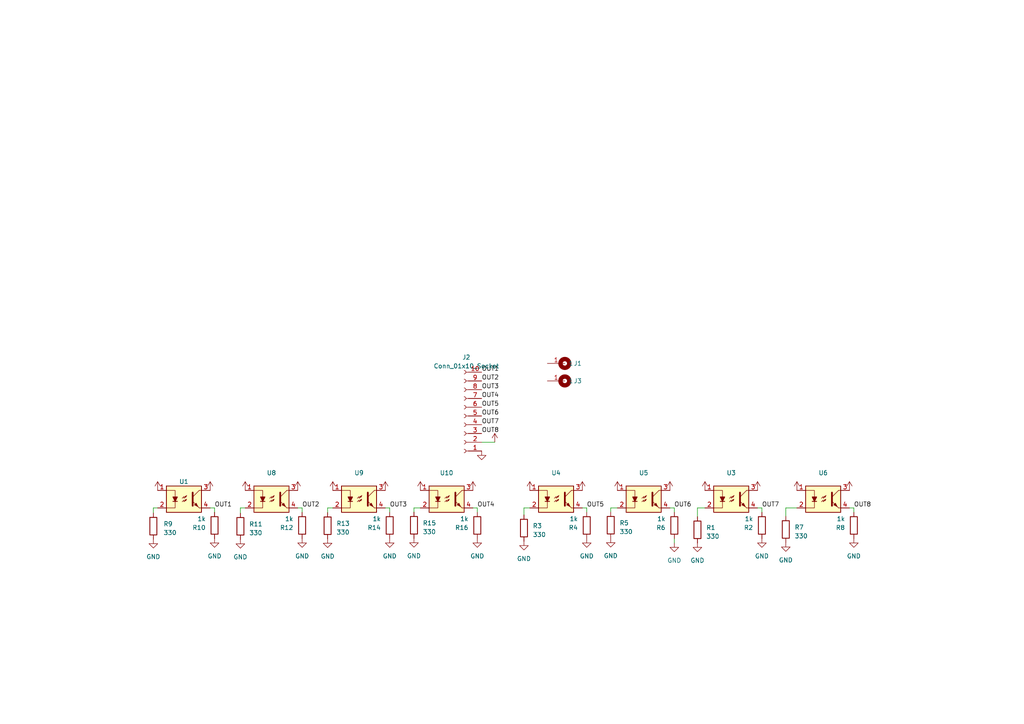
<source format=kicad_sch>
(kicad_sch (version 20250114) (generator "eeschema") (generator_version "9.0")
  (paper "A4")
  (lib_symbols
    (symbol "Connector:Conn_01x10_Socket" (pin_names (offset 1.016) (hide yes))
      (property "Reference" "J" (at 0 12.7 0))
      (property "Value" "Conn_01x10_Socket" (at 0 -15.24 0))
      (symbol "Conn_01x10_Socket_1_1"
        (polyline (pts (xy -1.27 10.16) (xy -0.508 10.16)) (stroke (width 0.1524)))
        (polyline (pts (xy -1.27 7.62) (xy -0.508 7.62)) (stroke (width 0.1524)))
        (polyline (pts (xy -1.27 5.08) (xy -0.508 5.08)) (stroke (width 0.1524)))
        (polyline (pts (xy -1.27 2.54) (xy -0.508 2.54)) (stroke (width 0.1524)))
        (polyline (pts (xy -1.27 0) (xy -0.508 0)) (stroke (width 0.1524)))
        (polyline (pts (xy -1.27 -2.54) (xy -0.508 -2.54)) (stroke (width 0.1524)))
        (polyline (pts (xy -1.27 -5.08) (xy -0.508 -5.08)) (stroke (width 0.1524)))
        (polyline (pts (xy -1.27 -7.62) (xy -0.508 -7.62)) (stroke (width 0.1524)))
        (polyline (pts (xy -1.27 -10.16) (xy -0.508 -10.16)) (stroke (width 0.1524)))
        (polyline (pts (xy -1.27 -12.7) (xy -0.508 -12.7)) (stroke (width 0.1524)))
        (arc (start 0 9.652) (mid -0.5058 10.16) (end 0 10.668) (stroke (width 0.1524)))
        (arc (start 0 7.112) (mid -0.5058 7.62) (end 0 8.128) (stroke (width 0.1524)))
        (arc (start 0 4.572) (mid -0.5058 5.08) (end 0 5.588) (stroke (width 0.1524)))
        (arc (start 0 2.032) (mid -0.5058 2.54) (end 0 3.048) (stroke (width 0.1524)))
        (arc (start 0 -0.508) (mid -0.5058 0) (end 0 0.508) (stroke (width 0.1524)))
        (arc (start 0 -3.048) (mid -0.5058 -2.54) (end 0 -2.032) (stroke (width 0.1524)))
        (arc (start 0 -5.588) (mid -0.5058 -5.08) (end 0 -4.572) (stroke (width 0.1524)))
        (arc (start 0 -8.128) (mid -0.5058 -7.62) (end 0 -7.112) (stroke (width 0.1524)))
        (arc (start 0 -10.668) (mid -0.5058 -10.16) (end 0 -9.652) (stroke (width 0.1524)))
        (arc (start 0 -13.208) (mid -0.5058 -12.7) (end 0 -12.192) (stroke (width 0.1524)))
        (pin passive line (at -5.08 10.16 0) (length 3.81) (name "Pin_1") (number "1"))
        (pin passive line (at -5.08 7.62 0) (length 3.81) (name "Pin_2") (number "2"))
        (pin passive line (at -5.08 5.08 0) (length 3.81) (name "Pin_3") (number "3"))
        (pin passive line (at -5.08 2.54 0) (length 3.81) (name "Pin_4") (number "4"))
        (pin passive line (at -5.08 0 0) (length 3.81) (name "Pin_5") (number "5"))
        (pin passive line (at -5.08 -2.54 0) (length 3.81) (name "Pin_6") (number "6"))
        (pin passive line (at -5.08 -5.08 0) (length 3.81) (name "Pin_7") (number "7"))
        (pin passive line (at -5.08 -7.62 0) (length 3.81) (name "Pin_8") (number "8"))
        (pin passive line (at -5.08 -10.16 0) (length 3.81) (name "Pin_9") (number "9"))
        (pin passive line (at -5.08 -12.7 0) (length 3.81) (name "Pin_10") (number "10"))
      )
    )
    (symbol "Device:R" (pin_numbers (hide yes)) (pin_names (offset 0))
      (property "Reference" "R" (at 2.032 0 90))
      (property "Value" "R" (at 0 0 90))
      (symbol "R_0_1"
        (rectangle (start -1.016 -2.54) (end 1.016 2.54) (stroke (width 0.254)))
      )
      (symbol "R_1_1"
        (pin passive line (at 0 3.81 270) (length 1.27) (name "~") (number "1"))
        (pin passive line (at 0 -3.81 90) (length 1.27) (name "~") (number "2"))
      )
    )
    (symbol "EESTN5 simbolos:Cable_PAD" (pin_names (offset 1.016))
      (property "Reference" "J" (at 0 5.08 0))
      (symbol "Cable_PAD_0_1"
        (circle (center 0 0) (radius 1.27) (stroke (width 1.27)))
      )
      (symbol "Cable_PAD_1_1"
        (pin input line (at -5.08 0 0) (length 5.08) (name "1") (number "1"))
      )
    )
    (symbol "EESTN5:TCRT5000" (pin_names (offset 1.016))
      (property "Reference" "U" (at -5.08 5.08 0))
      (property "Value" "TCRT5000" (at 0 5.08 0))
      (symbol "TCRT5000_0_1"
        (rectangle (start -5.08 3.81) (end 5.08 -3.81) (stroke (width 0.254)) (fill (type background)))
        (polyline (pts (xy -5.08 2.54) (xy -2.54 2.54) (xy -2.54 0.635)))
        (polyline (pts (xy -3.175 -0.635) (xy -1.905 -0.635)) (stroke (width 0.254)))
        (polyline (pts (xy -2.54 -0.635) (xy -2.54 -2.54) (xy -5.08 -2.54)))
        (polyline (pts (xy -2.54 -0.635) (xy -3.175 0.635) (xy -1.905 0.635) (xy -2.54 -0.635)) (stroke (width 0.254)) (fill (type outline)))
        (polyline (pts (xy -0.508 0.254) (xy 0.0254 0.762) (xy 0.0254 0.254) (xy 0.7874 1.016)))
        (polyline (pts (xy -0.508 -0.762) (xy 0.0254 -0.254) (xy 0.0254 -0.762) (xy 0.7874 0) (xy 0.2794 -0.254) (xy 0.5334 -0.508) (xy 0.7874 0)))
        (polyline (pts (xy 0.7874 1.016) (xy 0.2794 0.762) (xy 0.5334 0.508) (xy 0.7874 1.016)))
        (polyline (pts (xy 2.54 1.905) (xy 2.54 -1.905) (xy 2.54 -1.905)) (stroke (width 0.508)))
        (polyline (pts (xy 2.54 0.635) (xy 4.445 2.54)))
        (polyline (pts (xy 3.048 -1.651) (xy 3.556 -1.143) (xy 4.064 -2.159) (xy 3.048 -1.651) (xy 3.048 -1.651)) (fill (type outline)))
        (polyline (pts (xy 4.445 2.54) (xy 5.08 2.54)))
        (polyline (pts (xy 4.445 -2.54) (xy 2.54 -0.635)) (fill (type outline)))
        (polyline (pts (xy 4.445 -2.54) (xy 5.08 -2.54)))
      )
      (symbol "TCRT5000_1_1"
        (pin passive line (at -7.62 2.54 0) (length 2.54) (name "~") (number "1"))
        (pin passive line (at -7.62 -2.54 0) (length 2.54) (name "~") (number "2"))
        (pin passive line (at 7.62 2.54 180) (length 2.54) (name "~") (number "3"))
        (pin passive line (at 7.62 -2.54 180) (length 2.54) (name "~") (number "4"))
      )
    )
    (symbol "power:+5V" (power) (pin_names (offset 0))
      (property "Value" "+5V" (at 0 3.556 0))
      (symbol "+5V_0_1"
        (polyline (pts (xy -0.762 1.27) (xy 0 2.54)))
        (polyline (pts (xy 0 2.54) (xy 0.762 1.27)))
        (polyline (pts (xy 0 0) (xy 0 2.54)))
      )
      (symbol "+5V_1_1"
        (pin power_in line (at 0 0 90) (length 0) (hide yes) (name "+5V") (number "1"))
      )
    )
    (symbol "power:GND" (power) (pin_names (offset 0))
      (property "Value" "GND" (at 0 -3.81 0))
      (symbol "GND_0_1"
        (polyline (pts (xy 0 0) (xy 0 -1.27) (xy 1.27 -1.27) (xy 0 -2.54) (xy -1.27 -1.27) (xy 0 -1.27)))
      )
      (symbol "GND_1_1"
        (pin power_in line (at 0 0 270) (length 0) (hide yes) (name "GND") (number "1"))
      )
    )
  )
  (wire (pts (xy 194.31 147.32) (xy 195.58 147.32)))
  (wire (pts (xy 170.18 147.32) (xy 170.18 148.59)))
  (wire (pts (xy 227.9142 147.32) (xy 227.9142 149.7584)))
  (wire (pts (xy 95.0214 147.32) (xy 95.0214 148.6662)))
  (wire (pts (xy 231.14 147.32) (xy 227.9142 147.32)))
  (wire (pts (xy 139.7 128.27) (xy 143.51 128.27)))
  (wire (pts (xy 219.71 147.32) (xy 220.98 147.32)))
  (wire (pts (xy 87.63 147.32) (xy 87.63 148.59)))
  (wire (pts (xy 111.76 147.32) (xy 113.03 147.32)))
  (wire (pts (xy 247.65 147.32) (xy 246.38 147.32)))
  (wire (pts (xy 62.23 147.32) (xy 62.23 148.59)))
  (wire (pts (xy 120.0658 147.32) (xy 120.0658 148.5392)))
  (wire (pts (xy 60.96 147.32) (xy 62.23 147.32)))
  (wire (pts (xy 138.43 147.32) (xy 138.43 148.59)))
  (wire (pts (xy 44.4754 147.32) (xy 44.4754 148.7932)))
  (wire (pts (xy 220.98 147.32) (xy 220.98 148.59)))
  (wire (pts (xy 177.1396 148.5138) (xy 177.1396 147.32)))
  (wire (pts (xy 202.2856 149.86) (xy 202.2856 147.32)))
  (wire (pts (xy 195.58 156.21) (xy 195.58 157.48)))
  (wire (pts (xy 202.2856 147.32) (xy 204.47 147.32)))
  (wire (pts (xy 96.52 147.32) (xy 95.0214 147.32)))
  (wire (pts (xy 113.03 147.32) (xy 113.03 148.59)))
  (wire (pts (xy 177.1396 147.32) (xy 179.07 147.32)))
  (wire (pts (xy 69.723 147.32) (xy 69.723 148.844)))
  (wire (pts (xy 137.16 147.32) (xy 138.43 147.32)))
  (wire (pts (xy 195.58 147.32) (xy 195.58 148.59)))
  (wire (pts (xy 151.9682 147.32) (xy 151.9682 149.352)))
  (wire (pts (xy 86.36 147.32) (xy 87.63 147.32)))
  (wire (pts (xy 121.92 147.32) (xy 120.0658 147.32)))
  (wire (pts (xy 44.4754 147.32) (xy 45.72 147.32)))
  (wire (pts (xy 71.12 147.32) (xy 69.723 147.32)))
  (wire (pts (xy 247.65 147.32) (xy 247.65 148.59)))
  (wire (pts (xy 153.67 147.32) (xy 151.9682 147.32)))
  (wire (pts (xy 168.91 147.32) (xy 170.18 147.32)))
  (label "OUT2" (at 139.7 110.49 0))
  (label "OUT5" (at 139.7 118.11 0))
  (label "OUT3" (at 139.7 113.03 0))
  (label "OUT7" (at 220.98 147.32 0))
  (label "OUT4" (at 139.7 115.57 0))
  (label "OUT2" (at 87.63 147.32 0))
  (label "OUT6" (at 139.7 120.65 0))
  (label "OUT7" (at 139.7 123.19 0))
  (label "OUT8" (at 247.65 147.32 0))
  (label "OUT1" (at 62.23 147.32 0))
  (label "OUT5" (at 170.18 147.32 0))
  (label "OUT8" (at 139.7 125.73 0))
  (label "OUT4" (at 138.43 147.32 0))
  (label "OUT3" (at 113.03 147.32 0))
  (label "OUT6" (at 195.5292 147.32 0))
  (label "OUT1" (at 139.7 107.95 0))
  (symbol (lib_id "power:GND") (at 95.0214 156.2862 0) (unit 1)
    (property "Reference" "#PWR024" (effects (hide yes)))
    (property "Value" "GND" (at 95.0214 161.3662 0))
  )
  (symbol (lib_id "power:GND") (at 120.0658 156.1592 0) (unit 1)
    (property "Reference" "#PWR030" (effects (hide yes)))
    (property "Value" "GND" (at 120.0658 161.2392 0))
  )
  (symbol (lib_id "power:+5V") (at 153.67 142.24 0) (unit 1)
    (property "Reference" "#PWR039" (effects (hide yes)))
    (property "Value" "+5V" (effects (hide yes)))
  )
  (symbol (lib_id "power:GND") (at 139.7 130.81 0) (unit 1)
    (property "Reference" "#PWR03" (effects (hide yes)))
    (property "Value" "GND" (effects (hide yes)))
  )
  (symbol (lib_id "power:GND") (at 202.2856 157.48 0) (unit 1)
    (property "Reference" "#PWR01" (effects (hide yes)))
    (property "Value" "GND" (at 202.2856 162.56 0))
  )
  (symbol (lib_id "power:+5V") (at 204.47 142.24 0) (unit 1)
    (property "Reference" "#PWR043" (effects (hide yes)))
    (property "Value" "+5V" (effects (hide yes)))
  )
  (symbol (lib_id "power:+5V") (at 194.31 142.24 0) (unit 1)
    (property "Reference" "#PWR042" (effects (hide yes)))
    (property "Value" "+5V" (effects (hide yes)))
  )
  (symbol (lib_id "power:+5V") (at 60.96 142.24 0) (unit 1)
    (property "Reference" "#PWR031" (effects (hide yes)))
    (property "Value" "+5V" (effects (hide yes)))
  )
  (symbol (lib_id "power:+5V") (at 143.51 128.27 0) (unit 1)
    (property "Reference" "#PWR02" (effects (hide yes)))
    (property "Value" "+5V" (effects (hide yes)))
  )
  (symbol (lib_id "power:GND") (at 151.9682 156.972 0) (unit 1)
    (property "Reference" "#PWR06" (effects (hide yes)))
    (property "Value" "GND" (at 151.9682 162.052 0))
  )
  (symbol (lib_id "EESTN5:TCRT5000") (at 78.74 144.78 0) (unit 1)
    (property "Reference" "U8" (at 78.74 137.16 0))
    (property "Value" "TCRT5000" (effects (hide yes)))
    (property "Footprint" "EESTN5:TCRT5000" (effects (hide yes)))
    (property "Datasheet" "https://www.vishay.com/docs/83760/tcrt5000.pdf" (effects (hide yes)))
  )
  (symbol (lib_id "power:+5V") (at 96.52 142.24 0) (unit 1)
    (property "Reference" "#PWR035" (effects (hide yes)))
    (property "Value" "+5V" (effects (hide yes)))
  )
  (symbol (lib_id "Device:R") (at 69.723 152.654 180) (unit 1)
    (property "Reference" "R11" (at 72.263 152.019 0) (effects (justify right)))
    (property "Value" "330" (at 72.263 154.559 0) (effects (justify right)))
    (property "Footprint" "Resistor_THT:R_Axial_DIN0204_L3.6mm_D1.6mm_P5.08mm_Horizontal" (effects (hide yes)))
  )
  (symbol (lib_id "power:GND") (at 220.98 156.21 0) (unit 1)
    (property "Reference" "#PWR05" (effects (hide yes)))
    (property "Value" "GND" (at 220.98 161.29 0))
  )
  (symbol (lib_id "power:+5V") (at 121.92 142.24 0) (unit 1)
    (property "Reference" "#PWR037" (effects (hide yes)))
    (property "Value" "+5V" (effects (hide yes)))
  )
  (symbol (lib_id "EESTN5:TCRT5000") (at 212.09 144.78 0) (unit 1)
    (property "Reference" "U3" (at 212.09 137.16 0))
    (property "Value" "TCRT5000" (effects (hide yes)))
    (property "Footprint" "EESTN5:TCRT5000" (effects (hide yes)))
    (property "Datasheet" "https://www.vishay.com/docs/83760/tcrt5000.pdf" (effects (hide yes)))
  )
  (symbol (lib_id "power:GND") (at 69.723 156.464 0) (unit 1)
    (property "Reference" "#PWR020" (effects (hide yes)))
    (property "Value" "GND" (at 69.723 161.544 0))
  )
  (symbol (lib_id "power:+5V") (at 168.91 142.24 0) (unit 1)
    (property "Reference" "#PWR040" (effects (hide yes)))
    (property "Value" "+5V" (effects (hide yes)))
  )
  (symbol (lib_id "EESTN5:TCRT5000") (at 129.54 144.78 0) (unit 1)
    (property "Reference" "U10" (at 129.54 137.16 0))
    (property "Value" "TCRT5000" (effects (hide yes)))
    (property "Footprint" "EESTN5:TCRT5000" (effects (hide yes)))
    (property "Datasheet" "https://www.vishay.com/docs/83760/tcrt5000.pdf" (effects (hide yes)))
  )
  (symbol (lib_id "Connector:Conn_01x10_Socket") (at 134.62 120.65 180) (unit 1)
    (property "Reference" "J2" (at 135.255 103.632 0))
    (property "Value" "Conn_01x10_Socket" (at 135.255 106.172 0))
    (property "Footprint" "Connector_PinHeader_2.54mm:PinHeader_1x10_P2.54mm_Vertical" (effects (hide yes)))
  )
  (symbol (lib_id "power:GND") (at 44.4754 156.4132 0) (unit 1)
    (property "Reference" "#PWR014" (effects (hide yes)))
    (property "Value" "GND" (at 44.4754 161.4932 0))
  )
  (symbol (lib_id "Device:R") (at 44.4754 152.6032 180) (unit 1)
    (property "Reference" "R9" (at 47.3964 151.9682 0) (effects (justify right)))
    (property "Value" "330" (at 47.3964 154.5082 0) (effects (justify right)))
    (property "Footprint" "Resistor_THT:R_Axial_DIN0204_L3.6mm_D1.6mm_P5.08mm_Horizontal" (effects (hide yes)))
  )
  (symbol (lib_id "power:GND") (at 62.23 156.21 0) (unit 1)
    (property "Reference" "#PWR019" (effects (hide yes)))
    (property "Value" "GND" (at 62.23 161.29 0))
  )
  (symbol (lib_id "EESTN5 simbolos:Cable_PAD") (at 163.83 110.49 0) (unit 1)
    (property "Reference" "J3" (at 166.37 110.49 0) (effects (justify left)))
    (property "Value" "Cable_PAD" (effects (hide yes)))
    (property "Footprint" "EESTN5 huellas:Tornillo_M3_8mm" (effects (hide yes)))
  )
  (symbol (lib_id "EESTN5 simbolos:Cable_PAD") (at 163.83 105.41 0) (unit 1)
    (property "Reference" "J1" (at 166.37 105.41 0) (effects (justify left)))
    (property "Value" "Cable_PAD" (effects (hide yes)))
    (property "Footprint" "EESTN5 huellas:Tornillo_M3_8mm" (effects (hide yes)))
  )
  (symbol (lib_id "EESTN5:TCRT5000") (at 161.29 144.78 0) (unit 1)
    (property "Reference" "U4" (at 161.29 137.16 0))
    (property "Value" "TCRT5000" (effects (hide yes)))
    (property "Footprint" "EESTN5:TCRT5000" (effects (hide yes)))
    (property "Datasheet" "https://www.vishay.com/docs/83760/tcrt5000.pdf" (effects (hide yes)))
  )
  (symbol (lib_id "power:+5V") (at 45.72 142.24 0) (unit 1)
    (property "Reference" "#PWR07" (effects (hide yes)))
    (property "Value" "+5V" (effects (hide yes)))
  )
  (symbol (lib_id "power:GND") (at 87.63 156.21 0) (unit 1)
    (property "Reference" "#PWR023" (effects (hide yes)))
    (property "Value" "GND" (at 87.63 161.29 0))
  )
  (symbol (lib_id "EESTN5:TCRT5000") (at 104.14 144.78 0) (unit 1)
    (property "Reference" "U9" (at 104.14 137.16 0))
    (property "Value" "TCRT5000" (effects (hide yes)))
    (property "Footprint" "EESTN5:TCRT5000" (effects (hide yes)))
    (property "Datasheet" "https://www.vishay.com/docs/83760/tcrt5000.pdf" (effects (hide yes)))
  )
  (symbol (lib_id "EESTN5:TCRT5000") (at 186.69 144.78 0) (unit 1)
    (property "Reference" "U5" (at 186.69 137.16 0))
    (property "Value" "TCRT5000" (effects (hide yes)))
    (property "Footprint" "EESTN5:TCRT5000" (effects (hide yes)))
    (property "Datasheet" "https://www.vishay.com/docs/83760/tcrt5000.pdf" (effects (hide yes)))
  )
  (symbol (lib_id "power:+5V") (at 219.71 142.24 0) (unit 1)
    (property "Reference" "#PWR044" (effects (hide yes)))
    (property "Value" "+5V" (effects (hide yes)))
  )
  (symbol (lib_id "Device:R") (at 195.58 152.4 180) (unit 1)
    (property "Reference" "R6" (at 193.04 153.035 0) (effects (justify left)))
    (property "Value" "1k" (at 193.04 150.495 0) (effects (justify left)))
    (property "Footprint" "Resistor_THT:R_Axial_DIN0204_L3.6mm_D1.6mm_P7.62mm_Horizontal" (effects (hide yes)))
  )
  (symbol (lib_id "Device:R") (at 202.2856 153.67 180) (unit 1)
    (property "Reference" "R1" (at 204.8256 153.035 0) (effects (justify right)))
    (property "Value" "330" (at 204.8256 155.575 0) (effects (justify right)))
    (property "Footprint" "Resistor_THT:R_Axial_DIN0204_L3.6mm_D1.6mm_P5.08mm_Horizontal" (effects (hide yes)))
  )
  (symbol (lib_id "Device:R") (at 87.63 152.4 180) (unit 1)
    (property "Reference" "R12" (at 85.09 153.035 0) (effects (justify left)))
    (property "Value" "1k" (at 85.09 150.495 0) (effects (justify left)))
    (property "Footprint" "Resistor_THT:R_Axial_DIN0204_L3.6mm_D1.6mm_P7.62mm_Horizontal" (effects (hide yes)))
  )
  (symbol (lib_id "Device:R") (at 113.03 152.4 180) (unit 1)
    (property "Reference" "R14" (at 110.49 153.035 0) (effects (justify left)))
    (property "Value" "1k" (at 110.49 150.495 0) (effects (justify left)))
    (property "Footprint" "Resistor_THT:R_Axial_DIN0204_L3.6mm_D1.6mm_P7.62mm_Horizontal" (effects (hide yes)))
  )
  (symbol (lib_id "Device:R") (at 138.43 152.4 180) (unit 1)
    (property "Reference" "R16" (at 135.89 153.035 0) (effects (justify left)))
    (property "Value" "1k" (at 135.89 150.495 0) (effects (justify left)))
    (property "Footprint" "Resistor_THT:R_Axial_DIN0204_L3.6mm_D1.6mm_P7.62mm_Horizontal" (effects (hide yes)))
  )
  (symbol (lib_id "power:+5V") (at 179.07 142.24 0) (unit 1)
    (property "Reference" "#PWR041" (effects (hide yes)))
    (property "Value" "+5V" (effects (hide yes)))
  )
  (symbol (lib_id "power:GND") (at 177.1396 156.1338 0) (unit 1)
    (property "Reference" "#PWR010" (effects (hide yes)))
    (property "Value" "GND" (at 177.1396 161.2138 0))
  )
  (symbol (lib_id "power:+5V") (at 111.76 142.24 0) (unit 1)
    (property "Reference" "#PWR036" (effects (hide yes)))
    (property "Value" "+5V" (effects (hide yes)))
  )
  (symbol (lib_id "EESTN5:TCRT5000") (at 53.34 144.78 0) (unit 1)
    (property "Reference" "U1" (at 53.34 139.7 0))
    (property "Value" "TCRT5000" (effects (hide yes)))
    (property "Footprint" "EESTN5:TCRT5000" (effects (hide yes)))
    (property "Datasheet" "https://www.vishay.com/docs/83760/tcrt5000.pdf" (effects (hide yes)))
  )
  (symbol (lib_id "Device:R") (at 170.18 152.4 180) (unit 1)
    (property "Reference" "R4" (at 167.64 153.035 0) (effects (justify left)))
    (property "Value" "1k" (at 167.64 150.495 0) (effects (justify left)))
    (property "Footprint" "Resistor_THT:R_Axial_DIN0204_L3.6mm_D1.6mm_P7.62mm_Horizontal" (effects (hide yes)))
  )
  (symbol (lib_id "power:+5V") (at 71.12 142.24 0) (unit 1)
    (property "Reference" "#PWR032" (effects (hide yes)))
    (property "Value" "+5V" (effects (hide yes)))
  )
  (symbol (lib_id "power:+5V") (at 246.38 142.24 0) (unit 1)
    (property "Reference" "#PWR046" (effects (hide yes)))
    (property "Value" "+5V" (effects (hide yes)))
  )
  (symbol (lib_id "Device:R") (at 177.1396 152.3238 180) (unit 1)
    (property "Reference" "R5" (at 179.6796 151.6888 0) (effects (justify right)))
    (property "Value" "330" (at 179.6796 154.2288 0) (effects (justify right)))
    (property "Footprint" "Resistor_THT:R_Axial_DIN0204_L3.6mm_D1.6mm_P5.08mm_Horizontal" (effects (hide yes)))
  )
  (symbol (lib_id "power:GND") (at 247.65 156.21 0) (unit 1)
    (property "Reference" "#PWR016" (effects (hide yes)))
    (property "Value" "GND" (at 247.65 161.29 0))
  )
  (symbol (lib_id "Device:R") (at 227.9142 153.5684 180) (unit 1)
    (property "Reference" "R7" (at 230.4542 152.9334 0) (effects (justify right)))
    (property "Value" "330" (at 230.4542 155.4734 0) (effects (justify right)))
    (property "Footprint" "Resistor_THT:R_Axial_DIN0204_L3.6mm_D1.6mm_P5.08mm_Horizontal" (effects (hide yes)))
  )
  (symbol (lib_id "Device:R") (at 151.9682 153.162 180) (unit 1)
    (property "Reference" "R3" (at 154.5082 152.527 0) (effects (justify right)))
    (property "Value" "330" (at 154.5082 155.067 0) (effects (justify right)))
    (property "Footprint" "Resistor_THT:R_Axial_DIN0204_L3.6mm_D1.6mm_P5.08mm_Horizontal" (effects (hide yes)))
  )
  (symbol (lib_id "Device:R") (at 95.0214 152.4762 180) (unit 1)
    (property "Reference" "R13" (at 97.5614 151.8412 0) (effects (justify right)))
    (property "Value" "330" (at 97.5614 154.3812 0) (effects (justify right)))
    (property "Footprint" "Resistor_THT:R_Axial_DIN0204_L3.6mm_D1.6mm_P5.08mm_Horizontal" (effects (hide yes)))
  )
  (symbol (lib_id "power:GND") (at 170.18 156.21 0) (unit 1)
    (property "Reference" "#PWR09" (effects (hide yes)))
    (property "Value" "GND" (at 170.18 161.29 0))
  )
  (symbol (lib_id "power:GND") (at 227.9142 157.3784 0) (unit 1)
    (property "Reference" "#PWR015" (effects (hide yes)))
    (property "Value" "GND" (at 227.9142 162.4584 0))
  )
  (symbol (lib_id "EESTN5:TCRT5000") (at 238.76 144.78 0) (unit 1)
    (property "Reference" "U6" (at 238.76 137.16 0))
    (property "Value" "TCRT5000" (effects (hide yes)))
    (property "Footprint" "EESTN5:TCRT5000" (effects (hide yes)))
    (property "Datasheet" "https://www.vishay.com/docs/83760/tcrt5000.pdf" (effects (hide yes)))
  )
  (symbol (lib_id "power:GND") (at 138.43 156.21 0) (unit 1)
    (property "Reference" "#PWR033" (effects (hide yes)))
    (property "Value" "GND" (at 138.43 161.29 0))
  )
  (symbol (lib_id "power:+5V") (at 137.16 142.24 0) (unit 1)
    (property "Reference" "#PWR038" (effects (hide yes)))
    (property "Value" "+5V" (effects (hide yes)))
  )
  (symbol (lib_id "power:+5V") (at 86.36 142.24 0) (unit 1)
    (property "Reference" "#PWR034" (effects (hide yes)))
    (property "Value" "+5V" (effects (hide yes)))
  )
  (symbol (lib_id "Device:R") (at 220.98 152.4 180) (unit 1)
    (property "Reference" "R2" (at 218.44 153.035 0) (effects (justify left)))
    (property "Value" "1k" (at 218.44 150.495 0) (effects (justify left)))
    (property "Footprint" "Resistor_THT:R_Axial_DIN0204_L3.6mm_D1.6mm_P7.62mm_Horizontal" (effects (hide yes)))
  )
  (symbol (lib_id "Device:R") (at 120.0658 152.3492 180) (unit 1)
    (property "Reference" "R15" (at 122.6058 151.7142 0) (effects (justify right)))
    (property "Value" "330" (at 122.6058 154.2542 0) (effects (justify right)))
    (property "Footprint" "Resistor_THT:R_Axial_DIN0204_L3.6mm_D1.6mm_P5.08mm_Horizontal" (effects (hide yes)))
  )
  (symbol (lib_id "power:+5V") (at 231.14 142.24 0) (unit 1)
    (property "Reference" "#PWR045" (effects (hide yes)))
    (property "Value" "+5V" (effects (hide yes)))
  )
  (symbol (lib_id "power:GND") (at 113.03 156.21 0) (unit 1)
    (property "Reference" "#PWR029" (effects (hide yes)))
    (property "Value" "GND" (at 113.03 161.29 0))
  )
  (symbol (lib_id "Device:R") (at 62.23 152.4 180) (unit 1)
    (property "Reference" "R10" (at 59.69 153.035 0) (effects (justify left)))
    (property "Value" "1k" (at 59.69 150.495 0) (effects (justify left)))
    (property "Footprint" "Resistor_THT:R_Axial_DIN0204_L3.6mm_D1.6mm_P5.08mm_Horizontal" (effects (hide yes)))
  )
  (symbol (lib_id "Device:R") (at 247.65 152.4 180) (unit 1)
    (property "Reference" "R8" (at 245.11 153.035 0) (effects (justify left)))
    (property "Value" "1k" (at 245.11 150.495 0) (effects (justify left)))
    (property "Footprint" "Resistor_THT:R_Axial_DIN0204_L3.6mm_D1.6mm_P7.62mm_Horizontal" (effects (hide yes)))
  )
  (symbol (lib_id "power:GND") (at 195.58 157.48 0) (unit 1)
    (property "Reference" "#PWR013" (effects (hide yes)))
    (property "Value" "GND" (at 195.58 162.56 0))
  )
)
</source>
